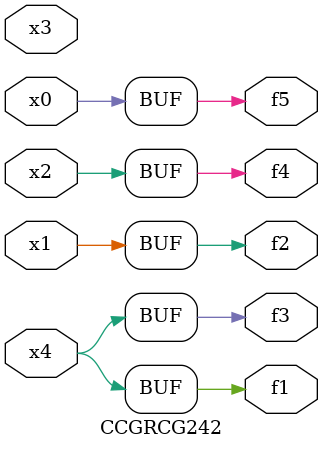
<source format=v>
module CCGRCG242(
	input x0, x1, x2, x3, x4,
	output f1, f2, f3, f4, f5
);
	assign f1 = x4;
	assign f2 = x1;
	assign f3 = x4;
	assign f4 = x2;
	assign f5 = x0;
endmodule

</source>
